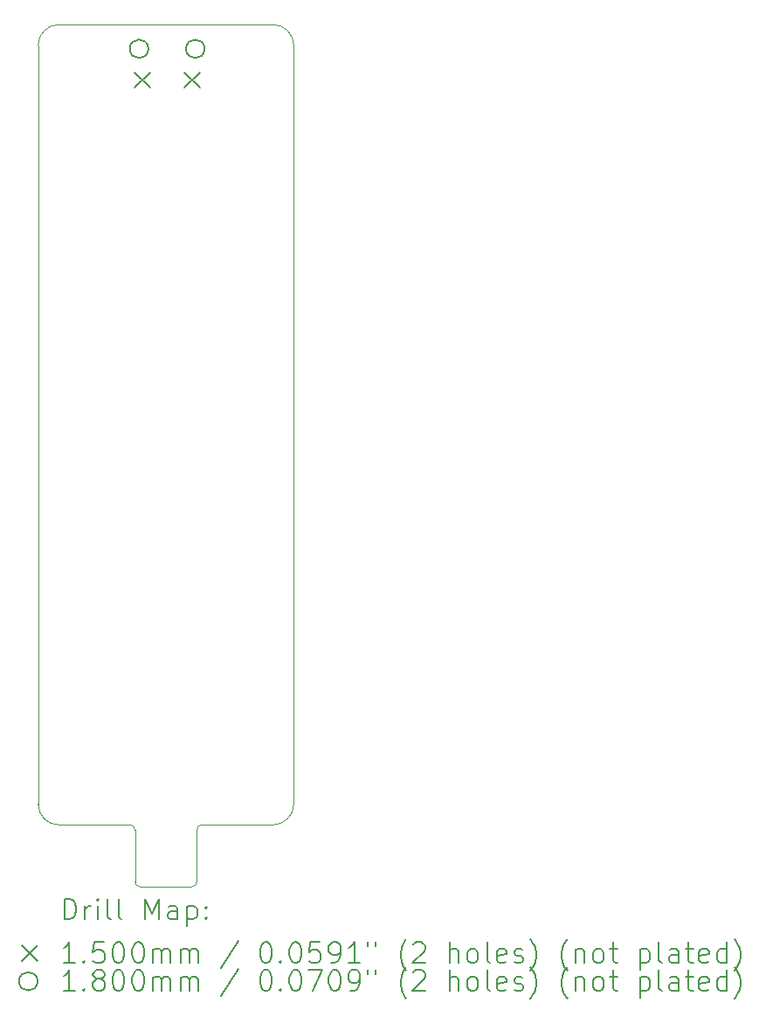
<source format=gbr>
%TF.GenerationSoftware,KiCad,Pcbnew,8.0.6-8.0.6-0~ubuntu22.04.1*%
%TF.CreationDate,2024-11-07T23:46:59-08:00*%
%TF.ProjectId,gbvideo_breakout,67627669-6465-46f5-9f62-7265616b6f75,rev?*%
%TF.SameCoordinates,Original*%
%TF.FileFunction,Drillmap*%
%TF.FilePolarity,Positive*%
%FSLAX45Y45*%
G04 Gerber Fmt 4.5, Leading zero omitted, Abs format (unit mm)*
G04 Created by KiCad (PCBNEW 8.0.6-8.0.6-0~ubuntu22.04.1) date 2024-11-07 23:46:59*
%MOMM*%
%LPD*%
G01*
G04 APERTURE LIST*
%ADD10C,0.100000*%
%ADD11C,0.200000*%
%ADD12C,0.150000*%
%ADD13C,0.180000*%
G04 APERTURE END LIST*
D10*
X15773400Y-12068200D02*
G75*
G02*
X15573400Y-12268200I-200000J0D01*
G01*
X15573400Y-4521200D02*
G75*
G02*
X15773400Y-4721200I0J-200000D01*
G01*
X13295400Y-4721200D02*
G75*
G02*
X13495400Y-4521200I200000J0D01*
G01*
X13495400Y-12268200D02*
G75*
G02*
X13295400Y-12068200I0J200000D01*
G01*
X13495400Y-4521200D02*
X15573400Y-4521200D01*
X13495400Y-12268200D02*
X14184400Y-12268200D01*
X15773400Y-12068200D02*
X15773400Y-4721200D01*
X14884400Y-12268200D02*
X15573400Y-12268200D01*
X14284400Y-12868200D02*
G75*
G02*
X14234400Y-12818200I0J50000D01*
G01*
X14284400Y-12868200D02*
X14784400Y-12868200D01*
X14184400Y-12268200D02*
G75*
G02*
X14234400Y-12318200I0J-50000D01*
G01*
X14834400Y-12818200D02*
X14834400Y-12318200D01*
X14834400Y-12818200D02*
G75*
G02*
X14784400Y-12868200I-50000J0D01*
G01*
X14234400Y-12818200D02*
X14234400Y-12318200D01*
X14834400Y-12318200D02*
G75*
G02*
X14884400Y-12268200I50000J0D01*
G01*
X13295400Y-12068200D02*
X13295400Y-4721200D01*
D11*
D12*
X14229048Y-4983180D02*
X14379048Y-5133180D01*
X14379048Y-4983180D02*
X14229048Y-5133180D01*
X14714048Y-4983180D02*
X14864048Y-5133180D01*
X14864048Y-4983180D02*
X14714048Y-5133180D01*
D13*
X14364048Y-4755180D02*
G75*
G02*
X14184048Y-4755180I-90000J0D01*
G01*
X14184048Y-4755180D02*
G75*
G02*
X14364048Y-4755180I90000J0D01*
G01*
X14909048Y-4755180D02*
G75*
G02*
X14729048Y-4755180I-90000J0D01*
G01*
X14729048Y-4755180D02*
G75*
G02*
X14909048Y-4755180I90000J0D01*
G01*
D11*
X13551177Y-13184684D02*
X13551177Y-12984684D01*
X13551177Y-12984684D02*
X13598796Y-12984684D01*
X13598796Y-12984684D02*
X13627367Y-12994208D01*
X13627367Y-12994208D02*
X13646415Y-13013255D01*
X13646415Y-13013255D02*
X13655939Y-13032303D01*
X13655939Y-13032303D02*
X13665462Y-13070398D01*
X13665462Y-13070398D02*
X13665462Y-13098969D01*
X13665462Y-13098969D02*
X13655939Y-13137065D01*
X13655939Y-13137065D02*
X13646415Y-13156112D01*
X13646415Y-13156112D02*
X13627367Y-13175160D01*
X13627367Y-13175160D02*
X13598796Y-13184684D01*
X13598796Y-13184684D02*
X13551177Y-13184684D01*
X13751177Y-13184684D02*
X13751177Y-13051350D01*
X13751177Y-13089446D02*
X13760701Y-13070398D01*
X13760701Y-13070398D02*
X13770224Y-13060874D01*
X13770224Y-13060874D02*
X13789272Y-13051350D01*
X13789272Y-13051350D02*
X13808320Y-13051350D01*
X13874986Y-13184684D02*
X13874986Y-13051350D01*
X13874986Y-12984684D02*
X13865462Y-12994208D01*
X13865462Y-12994208D02*
X13874986Y-13003731D01*
X13874986Y-13003731D02*
X13884510Y-12994208D01*
X13884510Y-12994208D02*
X13874986Y-12984684D01*
X13874986Y-12984684D02*
X13874986Y-13003731D01*
X13998796Y-13184684D02*
X13979748Y-13175160D01*
X13979748Y-13175160D02*
X13970224Y-13156112D01*
X13970224Y-13156112D02*
X13970224Y-12984684D01*
X14103558Y-13184684D02*
X14084510Y-13175160D01*
X14084510Y-13175160D02*
X14074986Y-13156112D01*
X14074986Y-13156112D02*
X14074986Y-12984684D01*
X14332129Y-13184684D02*
X14332129Y-12984684D01*
X14332129Y-12984684D02*
X14398796Y-13127541D01*
X14398796Y-13127541D02*
X14465462Y-12984684D01*
X14465462Y-12984684D02*
X14465462Y-13184684D01*
X14646415Y-13184684D02*
X14646415Y-13079922D01*
X14646415Y-13079922D02*
X14636891Y-13060874D01*
X14636891Y-13060874D02*
X14617843Y-13051350D01*
X14617843Y-13051350D02*
X14579748Y-13051350D01*
X14579748Y-13051350D02*
X14560701Y-13060874D01*
X14646415Y-13175160D02*
X14627367Y-13184684D01*
X14627367Y-13184684D02*
X14579748Y-13184684D01*
X14579748Y-13184684D02*
X14560701Y-13175160D01*
X14560701Y-13175160D02*
X14551177Y-13156112D01*
X14551177Y-13156112D02*
X14551177Y-13137065D01*
X14551177Y-13137065D02*
X14560701Y-13118017D01*
X14560701Y-13118017D02*
X14579748Y-13108493D01*
X14579748Y-13108493D02*
X14627367Y-13108493D01*
X14627367Y-13108493D02*
X14646415Y-13098969D01*
X14741653Y-13051350D02*
X14741653Y-13251350D01*
X14741653Y-13060874D02*
X14760701Y-13051350D01*
X14760701Y-13051350D02*
X14798796Y-13051350D01*
X14798796Y-13051350D02*
X14817843Y-13060874D01*
X14817843Y-13060874D02*
X14827367Y-13070398D01*
X14827367Y-13070398D02*
X14836891Y-13089446D01*
X14836891Y-13089446D02*
X14836891Y-13146588D01*
X14836891Y-13146588D02*
X14827367Y-13165636D01*
X14827367Y-13165636D02*
X14817843Y-13175160D01*
X14817843Y-13175160D02*
X14798796Y-13184684D01*
X14798796Y-13184684D02*
X14760701Y-13184684D01*
X14760701Y-13184684D02*
X14741653Y-13175160D01*
X14922605Y-13165636D02*
X14932129Y-13175160D01*
X14932129Y-13175160D02*
X14922605Y-13184684D01*
X14922605Y-13184684D02*
X14913082Y-13175160D01*
X14913082Y-13175160D02*
X14922605Y-13165636D01*
X14922605Y-13165636D02*
X14922605Y-13184684D01*
X14922605Y-13060874D02*
X14932129Y-13070398D01*
X14932129Y-13070398D02*
X14922605Y-13079922D01*
X14922605Y-13079922D02*
X14913082Y-13070398D01*
X14913082Y-13070398D02*
X14922605Y-13060874D01*
X14922605Y-13060874D02*
X14922605Y-13079922D01*
D12*
X13140400Y-13438200D02*
X13290400Y-13588200D01*
X13290400Y-13438200D02*
X13140400Y-13588200D01*
D11*
X13655939Y-13604684D02*
X13541653Y-13604684D01*
X13598796Y-13604684D02*
X13598796Y-13404684D01*
X13598796Y-13404684D02*
X13579748Y-13433255D01*
X13579748Y-13433255D02*
X13560701Y-13452303D01*
X13560701Y-13452303D02*
X13541653Y-13461827D01*
X13741653Y-13585636D02*
X13751177Y-13595160D01*
X13751177Y-13595160D02*
X13741653Y-13604684D01*
X13741653Y-13604684D02*
X13732129Y-13595160D01*
X13732129Y-13595160D02*
X13741653Y-13585636D01*
X13741653Y-13585636D02*
X13741653Y-13604684D01*
X13932129Y-13404684D02*
X13836891Y-13404684D01*
X13836891Y-13404684D02*
X13827367Y-13499922D01*
X13827367Y-13499922D02*
X13836891Y-13490398D01*
X13836891Y-13490398D02*
X13855939Y-13480874D01*
X13855939Y-13480874D02*
X13903558Y-13480874D01*
X13903558Y-13480874D02*
X13922605Y-13490398D01*
X13922605Y-13490398D02*
X13932129Y-13499922D01*
X13932129Y-13499922D02*
X13941653Y-13518969D01*
X13941653Y-13518969D02*
X13941653Y-13566588D01*
X13941653Y-13566588D02*
X13932129Y-13585636D01*
X13932129Y-13585636D02*
X13922605Y-13595160D01*
X13922605Y-13595160D02*
X13903558Y-13604684D01*
X13903558Y-13604684D02*
X13855939Y-13604684D01*
X13855939Y-13604684D02*
X13836891Y-13595160D01*
X13836891Y-13595160D02*
X13827367Y-13585636D01*
X14065462Y-13404684D02*
X14084510Y-13404684D01*
X14084510Y-13404684D02*
X14103558Y-13414208D01*
X14103558Y-13414208D02*
X14113082Y-13423731D01*
X14113082Y-13423731D02*
X14122605Y-13442779D01*
X14122605Y-13442779D02*
X14132129Y-13480874D01*
X14132129Y-13480874D02*
X14132129Y-13528493D01*
X14132129Y-13528493D02*
X14122605Y-13566588D01*
X14122605Y-13566588D02*
X14113082Y-13585636D01*
X14113082Y-13585636D02*
X14103558Y-13595160D01*
X14103558Y-13595160D02*
X14084510Y-13604684D01*
X14084510Y-13604684D02*
X14065462Y-13604684D01*
X14065462Y-13604684D02*
X14046415Y-13595160D01*
X14046415Y-13595160D02*
X14036891Y-13585636D01*
X14036891Y-13585636D02*
X14027367Y-13566588D01*
X14027367Y-13566588D02*
X14017843Y-13528493D01*
X14017843Y-13528493D02*
X14017843Y-13480874D01*
X14017843Y-13480874D02*
X14027367Y-13442779D01*
X14027367Y-13442779D02*
X14036891Y-13423731D01*
X14036891Y-13423731D02*
X14046415Y-13414208D01*
X14046415Y-13414208D02*
X14065462Y-13404684D01*
X14255939Y-13404684D02*
X14274986Y-13404684D01*
X14274986Y-13404684D02*
X14294034Y-13414208D01*
X14294034Y-13414208D02*
X14303558Y-13423731D01*
X14303558Y-13423731D02*
X14313082Y-13442779D01*
X14313082Y-13442779D02*
X14322605Y-13480874D01*
X14322605Y-13480874D02*
X14322605Y-13528493D01*
X14322605Y-13528493D02*
X14313082Y-13566588D01*
X14313082Y-13566588D02*
X14303558Y-13585636D01*
X14303558Y-13585636D02*
X14294034Y-13595160D01*
X14294034Y-13595160D02*
X14274986Y-13604684D01*
X14274986Y-13604684D02*
X14255939Y-13604684D01*
X14255939Y-13604684D02*
X14236891Y-13595160D01*
X14236891Y-13595160D02*
X14227367Y-13585636D01*
X14227367Y-13585636D02*
X14217843Y-13566588D01*
X14217843Y-13566588D02*
X14208320Y-13528493D01*
X14208320Y-13528493D02*
X14208320Y-13480874D01*
X14208320Y-13480874D02*
X14217843Y-13442779D01*
X14217843Y-13442779D02*
X14227367Y-13423731D01*
X14227367Y-13423731D02*
X14236891Y-13414208D01*
X14236891Y-13414208D02*
X14255939Y-13404684D01*
X14408320Y-13604684D02*
X14408320Y-13471350D01*
X14408320Y-13490398D02*
X14417843Y-13480874D01*
X14417843Y-13480874D02*
X14436891Y-13471350D01*
X14436891Y-13471350D02*
X14465463Y-13471350D01*
X14465463Y-13471350D02*
X14484510Y-13480874D01*
X14484510Y-13480874D02*
X14494034Y-13499922D01*
X14494034Y-13499922D02*
X14494034Y-13604684D01*
X14494034Y-13499922D02*
X14503558Y-13480874D01*
X14503558Y-13480874D02*
X14522605Y-13471350D01*
X14522605Y-13471350D02*
X14551177Y-13471350D01*
X14551177Y-13471350D02*
X14570224Y-13480874D01*
X14570224Y-13480874D02*
X14579748Y-13499922D01*
X14579748Y-13499922D02*
X14579748Y-13604684D01*
X14674986Y-13604684D02*
X14674986Y-13471350D01*
X14674986Y-13490398D02*
X14684510Y-13480874D01*
X14684510Y-13480874D02*
X14703558Y-13471350D01*
X14703558Y-13471350D02*
X14732129Y-13471350D01*
X14732129Y-13471350D02*
X14751177Y-13480874D01*
X14751177Y-13480874D02*
X14760701Y-13499922D01*
X14760701Y-13499922D02*
X14760701Y-13604684D01*
X14760701Y-13499922D02*
X14770224Y-13480874D01*
X14770224Y-13480874D02*
X14789272Y-13471350D01*
X14789272Y-13471350D02*
X14817843Y-13471350D01*
X14817843Y-13471350D02*
X14836891Y-13480874D01*
X14836891Y-13480874D02*
X14846415Y-13499922D01*
X14846415Y-13499922D02*
X14846415Y-13604684D01*
X15236891Y-13395160D02*
X15065463Y-13652303D01*
X15494034Y-13404684D02*
X15513082Y-13404684D01*
X15513082Y-13404684D02*
X15532129Y-13414208D01*
X15532129Y-13414208D02*
X15541653Y-13423731D01*
X15541653Y-13423731D02*
X15551177Y-13442779D01*
X15551177Y-13442779D02*
X15560701Y-13480874D01*
X15560701Y-13480874D02*
X15560701Y-13528493D01*
X15560701Y-13528493D02*
X15551177Y-13566588D01*
X15551177Y-13566588D02*
X15541653Y-13585636D01*
X15541653Y-13585636D02*
X15532129Y-13595160D01*
X15532129Y-13595160D02*
X15513082Y-13604684D01*
X15513082Y-13604684D02*
X15494034Y-13604684D01*
X15494034Y-13604684D02*
X15474986Y-13595160D01*
X15474986Y-13595160D02*
X15465463Y-13585636D01*
X15465463Y-13585636D02*
X15455939Y-13566588D01*
X15455939Y-13566588D02*
X15446415Y-13528493D01*
X15446415Y-13528493D02*
X15446415Y-13480874D01*
X15446415Y-13480874D02*
X15455939Y-13442779D01*
X15455939Y-13442779D02*
X15465463Y-13423731D01*
X15465463Y-13423731D02*
X15474986Y-13414208D01*
X15474986Y-13414208D02*
X15494034Y-13404684D01*
X15646415Y-13585636D02*
X15655939Y-13595160D01*
X15655939Y-13595160D02*
X15646415Y-13604684D01*
X15646415Y-13604684D02*
X15636891Y-13595160D01*
X15636891Y-13595160D02*
X15646415Y-13585636D01*
X15646415Y-13585636D02*
X15646415Y-13604684D01*
X15779748Y-13404684D02*
X15798796Y-13404684D01*
X15798796Y-13404684D02*
X15817844Y-13414208D01*
X15817844Y-13414208D02*
X15827367Y-13423731D01*
X15827367Y-13423731D02*
X15836891Y-13442779D01*
X15836891Y-13442779D02*
X15846415Y-13480874D01*
X15846415Y-13480874D02*
X15846415Y-13528493D01*
X15846415Y-13528493D02*
X15836891Y-13566588D01*
X15836891Y-13566588D02*
X15827367Y-13585636D01*
X15827367Y-13585636D02*
X15817844Y-13595160D01*
X15817844Y-13595160D02*
X15798796Y-13604684D01*
X15798796Y-13604684D02*
X15779748Y-13604684D01*
X15779748Y-13604684D02*
X15760701Y-13595160D01*
X15760701Y-13595160D02*
X15751177Y-13585636D01*
X15751177Y-13585636D02*
X15741653Y-13566588D01*
X15741653Y-13566588D02*
X15732129Y-13528493D01*
X15732129Y-13528493D02*
X15732129Y-13480874D01*
X15732129Y-13480874D02*
X15741653Y-13442779D01*
X15741653Y-13442779D02*
X15751177Y-13423731D01*
X15751177Y-13423731D02*
X15760701Y-13414208D01*
X15760701Y-13414208D02*
X15779748Y-13404684D01*
X16027367Y-13404684D02*
X15932129Y-13404684D01*
X15932129Y-13404684D02*
X15922606Y-13499922D01*
X15922606Y-13499922D02*
X15932129Y-13490398D01*
X15932129Y-13490398D02*
X15951177Y-13480874D01*
X15951177Y-13480874D02*
X15998796Y-13480874D01*
X15998796Y-13480874D02*
X16017844Y-13490398D01*
X16017844Y-13490398D02*
X16027367Y-13499922D01*
X16027367Y-13499922D02*
X16036891Y-13518969D01*
X16036891Y-13518969D02*
X16036891Y-13566588D01*
X16036891Y-13566588D02*
X16027367Y-13585636D01*
X16027367Y-13585636D02*
X16017844Y-13595160D01*
X16017844Y-13595160D02*
X15998796Y-13604684D01*
X15998796Y-13604684D02*
X15951177Y-13604684D01*
X15951177Y-13604684D02*
X15932129Y-13595160D01*
X15932129Y-13595160D02*
X15922606Y-13585636D01*
X16132129Y-13604684D02*
X16170225Y-13604684D01*
X16170225Y-13604684D02*
X16189272Y-13595160D01*
X16189272Y-13595160D02*
X16198796Y-13585636D01*
X16198796Y-13585636D02*
X16217844Y-13557065D01*
X16217844Y-13557065D02*
X16227367Y-13518969D01*
X16227367Y-13518969D02*
X16227367Y-13442779D01*
X16227367Y-13442779D02*
X16217844Y-13423731D01*
X16217844Y-13423731D02*
X16208320Y-13414208D01*
X16208320Y-13414208D02*
X16189272Y-13404684D01*
X16189272Y-13404684D02*
X16151177Y-13404684D01*
X16151177Y-13404684D02*
X16132129Y-13414208D01*
X16132129Y-13414208D02*
X16122606Y-13423731D01*
X16122606Y-13423731D02*
X16113082Y-13442779D01*
X16113082Y-13442779D02*
X16113082Y-13490398D01*
X16113082Y-13490398D02*
X16122606Y-13509446D01*
X16122606Y-13509446D02*
X16132129Y-13518969D01*
X16132129Y-13518969D02*
X16151177Y-13528493D01*
X16151177Y-13528493D02*
X16189272Y-13528493D01*
X16189272Y-13528493D02*
X16208320Y-13518969D01*
X16208320Y-13518969D02*
X16217844Y-13509446D01*
X16217844Y-13509446D02*
X16227367Y-13490398D01*
X16417844Y-13604684D02*
X16303558Y-13604684D01*
X16360701Y-13604684D02*
X16360701Y-13404684D01*
X16360701Y-13404684D02*
X16341653Y-13433255D01*
X16341653Y-13433255D02*
X16322606Y-13452303D01*
X16322606Y-13452303D02*
X16303558Y-13461827D01*
X16494034Y-13404684D02*
X16494034Y-13442779D01*
X16570225Y-13404684D02*
X16570225Y-13442779D01*
X16865463Y-13680874D02*
X16855939Y-13671350D01*
X16855939Y-13671350D02*
X16836891Y-13642779D01*
X16836891Y-13642779D02*
X16827368Y-13623731D01*
X16827368Y-13623731D02*
X16817844Y-13595160D01*
X16817844Y-13595160D02*
X16808320Y-13547541D01*
X16808320Y-13547541D02*
X16808320Y-13509446D01*
X16808320Y-13509446D02*
X16817844Y-13461827D01*
X16817844Y-13461827D02*
X16827368Y-13433255D01*
X16827368Y-13433255D02*
X16836891Y-13414208D01*
X16836891Y-13414208D02*
X16855939Y-13385636D01*
X16855939Y-13385636D02*
X16865463Y-13376112D01*
X16932130Y-13423731D02*
X16941653Y-13414208D01*
X16941653Y-13414208D02*
X16960701Y-13404684D01*
X16960701Y-13404684D02*
X17008320Y-13404684D01*
X17008320Y-13404684D02*
X17027368Y-13414208D01*
X17027368Y-13414208D02*
X17036891Y-13423731D01*
X17036891Y-13423731D02*
X17046415Y-13442779D01*
X17046415Y-13442779D02*
X17046415Y-13461827D01*
X17046415Y-13461827D02*
X17036891Y-13490398D01*
X17036891Y-13490398D02*
X16922606Y-13604684D01*
X16922606Y-13604684D02*
X17046415Y-13604684D01*
X17284511Y-13604684D02*
X17284511Y-13404684D01*
X17370225Y-13604684D02*
X17370225Y-13499922D01*
X17370225Y-13499922D02*
X17360701Y-13480874D01*
X17360701Y-13480874D02*
X17341653Y-13471350D01*
X17341653Y-13471350D02*
X17313082Y-13471350D01*
X17313082Y-13471350D02*
X17294034Y-13480874D01*
X17294034Y-13480874D02*
X17284511Y-13490398D01*
X17494034Y-13604684D02*
X17474987Y-13595160D01*
X17474987Y-13595160D02*
X17465463Y-13585636D01*
X17465463Y-13585636D02*
X17455939Y-13566588D01*
X17455939Y-13566588D02*
X17455939Y-13509446D01*
X17455939Y-13509446D02*
X17465463Y-13490398D01*
X17465463Y-13490398D02*
X17474987Y-13480874D01*
X17474987Y-13480874D02*
X17494034Y-13471350D01*
X17494034Y-13471350D02*
X17522606Y-13471350D01*
X17522606Y-13471350D02*
X17541653Y-13480874D01*
X17541653Y-13480874D02*
X17551177Y-13490398D01*
X17551177Y-13490398D02*
X17560701Y-13509446D01*
X17560701Y-13509446D02*
X17560701Y-13566588D01*
X17560701Y-13566588D02*
X17551177Y-13585636D01*
X17551177Y-13585636D02*
X17541653Y-13595160D01*
X17541653Y-13595160D02*
X17522606Y-13604684D01*
X17522606Y-13604684D02*
X17494034Y-13604684D01*
X17674987Y-13604684D02*
X17655939Y-13595160D01*
X17655939Y-13595160D02*
X17646415Y-13576112D01*
X17646415Y-13576112D02*
X17646415Y-13404684D01*
X17827368Y-13595160D02*
X17808320Y-13604684D01*
X17808320Y-13604684D02*
X17770225Y-13604684D01*
X17770225Y-13604684D02*
X17751177Y-13595160D01*
X17751177Y-13595160D02*
X17741653Y-13576112D01*
X17741653Y-13576112D02*
X17741653Y-13499922D01*
X17741653Y-13499922D02*
X17751177Y-13480874D01*
X17751177Y-13480874D02*
X17770225Y-13471350D01*
X17770225Y-13471350D02*
X17808320Y-13471350D01*
X17808320Y-13471350D02*
X17827368Y-13480874D01*
X17827368Y-13480874D02*
X17836892Y-13499922D01*
X17836892Y-13499922D02*
X17836892Y-13518969D01*
X17836892Y-13518969D02*
X17741653Y-13538017D01*
X17913082Y-13595160D02*
X17932130Y-13604684D01*
X17932130Y-13604684D02*
X17970225Y-13604684D01*
X17970225Y-13604684D02*
X17989273Y-13595160D01*
X17989273Y-13595160D02*
X17998796Y-13576112D01*
X17998796Y-13576112D02*
X17998796Y-13566588D01*
X17998796Y-13566588D02*
X17989273Y-13547541D01*
X17989273Y-13547541D02*
X17970225Y-13538017D01*
X17970225Y-13538017D02*
X17941653Y-13538017D01*
X17941653Y-13538017D02*
X17922606Y-13528493D01*
X17922606Y-13528493D02*
X17913082Y-13509446D01*
X17913082Y-13509446D02*
X17913082Y-13499922D01*
X17913082Y-13499922D02*
X17922606Y-13480874D01*
X17922606Y-13480874D02*
X17941653Y-13471350D01*
X17941653Y-13471350D02*
X17970225Y-13471350D01*
X17970225Y-13471350D02*
X17989273Y-13480874D01*
X18065463Y-13680874D02*
X18074987Y-13671350D01*
X18074987Y-13671350D02*
X18094034Y-13642779D01*
X18094034Y-13642779D02*
X18103558Y-13623731D01*
X18103558Y-13623731D02*
X18113082Y-13595160D01*
X18113082Y-13595160D02*
X18122606Y-13547541D01*
X18122606Y-13547541D02*
X18122606Y-13509446D01*
X18122606Y-13509446D02*
X18113082Y-13461827D01*
X18113082Y-13461827D02*
X18103558Y-13433255D01*
X18103558Y-13433255D02*
X18094034Y-13414208D01*
X18094034Y-13414208D02*
X18074987Y-13385636D01*
X18074987Y-13385636D02*
X18065463Y-13376112D01*
X18427368Y-13680874D02*
X18417844Y-13671350D01*
X18417844Y-13671350D02*
X18398796Y-13642779D01*
X18398796Y-13642779D02*
X18389273Y-13623731D01*
X18389273Y-13623731D02*
X18379749Y-13595160D01*
X18379749Y-13595160D02*
X18370225Y-13547541D01*
X18370225Y-13547541D02*
X18370225Y-13509446D01*
X18370225Y-13509446D02*
X18379749Y-13461827D01*
X18379749Y-13461827D02*
X18389273Y-13433255D01*
X18389273Y-13433255D02*
X18398796Y-13414208D01*
X18398796Y-13414208D02*
X18417844Y-13385636D01*
X18417844Y-13385636D02*
X18427368Y-13376112D01*
X18503558Y-13471350D02*
X18503558Y-13604684D01*
X18503558Y-13490398D02*
X18513082Y-13480874D01*
X18513082Y-13480874D02*
X18532130Y-13471350D01*
X18532130Y-13471350D02*
X18560701Y-13471350D01*
X18560701Y-13471350D02*
X18579749Y-13480874D01*
X18579749Y-13480874D02*
X18589273Y-13499922D01*
X18589273Y-13499922D02*
X18589273Y-13604684D01*
X18713082Y-13604684D02*
X18694034Y-13595160D01*
X18694034Y-13595160D02*
X18684511Y-13585636D01*
X18684511Y-13585636D02*
X18674987Y-13566588D01*
X18674987Y-13566588D02*
X18674987Y-13509446D01*
X18674987Y-13509446D02*
X18684511Y-13490398D01*
X18684511Y-13490398D02*
X18694034Y-13480874D01*
X18694034Y-13480874D02*
X18713082Y-13471350D01*
X18713082Y-13471350D02*
X18741654Y-13471350D01*
X18741654Y-13471350D02*
X18760701Y-13480874D01*
X18760701Y-13480874D02*
X18770225Y-13490398D01*
X18770225Y-13490398D02*
X18779749Y-13509446D01*
X18779749Y-13509446D02*
X18779749Y-13566588D01*
X18779749Y-13566588D02*
X18770225Y-13585636D01*
X18770225Y-13585636D02*
X18760701Y-13595160D01*
X18760701Y-13595160D02*
X18741654Y-13604684D01*
X18741654Y-13604684D02*
X18713082Y-13604684D01*
X18836892Y-13471350D02*
X18913082Y-13471350D01*
X18865463Y-13404684D02*
X18865463Y-13576112D01*
X18865463Y-13576112D02*
X18874987Y-13595160D01*
X18874987Y-13595160D02*
X18894034Y-13604684D01*
X18894034Y-13604684D02*
X18913082Y-13604684D01*
X19132130Y-13471350D02*
X19132130Y-13671350D01*
X19132130Y-13480874D02*
X19151177Y-13471350D01*
X19151177Y-13471350D02*
X19189273Y-13471350D01*
X19189273Y-13471350D02*
X19208320Y-13480874D01*
X19208320Y-13480874D02*
X19217844Y-13490398D01*
X19217844Y-13490398D02*
X19227368Y-13509446D01*
X19227368Y-13509446D02*
X19227368Y-13566588D01*
X19227368Y-13566588D02*
X19217844Y-13585636D01*
X19217844Y-13585636D02*
X19208320Y-13595160D01*
X19208320Y-13595160D02*
X19189273Y-13604684D01*
X19189273Y-13604684D02*
X19151177Y-13604684D01*
X19151177Y-13604684D02*
X19132130Y-13595160D01*
X19341654Y-13604684D02*
X19322606Y-13595160D01*
X19322606Y-13595160D02*
X19313082Y-13576112D01*
X19313082Y-13576112D02*
X19313082Y-13404684D01*
X19503558Y-13604684D02*
X19503558Y-13499922D01*
X19503558Y-13499922D02*
X19494035Y-13480874D01*
X19494035Y-13480874D02*
X19474987Y-13471350D01*
X19474987Y-13471350D02*
X19436892Y-13471350D01*
X19436892Y-13471350D02*
X19417844Y-13480874D01*
X19503558Y-13595160D02*
X19484511Y-13604684D01*
X19484511Y-13604684D02*
X19436892Y-13604684D01*
X19436892Y-13604684D02*
X19417844Y-13595160D01*
X19417844Y-13595160D02*
X19408320Y-13576112D01*
X19408320Y-13576112D02*
X19408320Y-13557065D01*
X19408320Y-13557065D02*
X19417844Y-13538017D01*
X19417844Y-13538017D02*
X19436892Y-13528493D01*
X19436892Y-13528493D02*
X19484511Y-13528493D01*
X19484511Y-13528493D02*
X19503558Y-13518969D01*
X19570225Y-13471350D02*
X19646415Y-13471350D01*
X19598796Y-13404684D02*
X19598796Y-13576112D01*
X19598796Y-13576112D02*
X19608320Y-13595160D01*
X19608320Y-13595160D02*
X19627368Y-13604684D01*
X19627368Y-13604684D02*
X19646415Y-13604684D01*
X19789273Y-13595160D02*
X19770225Y-13604684D01*
X19770225Y-13604684D02*
X19732130Y-13604684D01*
X19732130Y-13604684D02*
X19713082Y-13595160D01*
X19713082Y-13595160D02*
X19703558Y-13576112D01*
X19703558Y-13576112D02*
X19703558Y-13499922D01*
X19703558Y-13499922D02*
X19713082Y-13480874D01*
X19713082Y-13480874D02*
X19732130Y-13471350D01*
X19732130Y-13471350D02*
X19770225Y-13471350D01*
X19770225Y-13471350D02*
X19789273Y-13480874D01*
X19789273Y-13480874D02*
X19798796Y-13499922D01*
X19798796Y-13499922D02*
X19798796Y-13518969D01*
X19798796Y-13518969D02*
X19703558Y-13538017D01*
X19970225Y-13604684D02*
X19970225Y-13404684D01*
X19970225Y-13595160D02*
X19951177Y-13604684D01*
X19951177Y-13604684D02*
X19913082Y-13604684D01*
X19913082Y-13604684D02*
X19894035Y-13595160D01*
X19894035Y-13595160D02*
X19884511Y-13585636D01*
X19884511Y-13585636D02*
X19874987Y-13566588D01*
X19874987Y-13566588D02*
X19874987Y-13509446D01*
X19874987Y-13509446D02*
X19884511Y-13490398D01*
X19884511Y-13490398D02*
X19894035Y-13480874D01*
X19894035Y-13480874D02*
X19913082Y-13471350D01*
X19913082Y-13471350D02*
X19951177Y-13471350D01*
X19951177Y-13471350D02*
X19970225Y-13480874D01*
X20046416Y-13680874D02*
X20055939Y-13671350D01*
X20055939Y-13671350D02*
X20074987Y-13642779D01*
X20074987Y-13642779D02*
X20084511Y-13623731D01*
X20084511Y-13623731D02*
X20094035Y-13595160D01*
X20094035Y-13595160D02*
X20103558Y-13547541D01*
X20103558Y-13547541D02*
X20103558Y-13509446D01*
X20103558Y-13509446D02*
X20094035Y-13461827D01*
X20094035Y-13461827D02*
X20084511Y-13433255D01*
X20084511Y-13433255D02*
X20074987Y-13414208D01*
X20074987Y-13414208D02*
X20055939Y-13385636D01*
X20055939Y-13385636D02*
X20046416Y-13376112D01*
D13*
X13290400Y-13783200D02*
G75*
G02*
X13110400Y-13783200I-90000J0D01*
G01*
X13110400Y-13783200D02*
G75*
G02*
X13290400Y-13783200I90000J0D01*
G01*
D11*
X13655939Y-13874684D02*
X13541653Y-13874684D01*
X13598796Y-13874684D02*
X13598796Y-13674684D01*
X13598796Y-13674684D02*
X13579748Y-13703255D01*
X13579748Y-13703255D02*
X13560701Y-13722303D01*
X13560701Y-13722303D02*
X13541653Y-13731827D01*
X13741653Y-13855636D02*
X13751177Y-13865160D01*
X13751177Y-13865160D02*
X13741653Y-13874684D01*
X13741653Y-13874684D02*
X13732129Y-13865160D01*
X13732129Y-13865160D02*
X13741653Y-13855636D01*
X13741653Y-13855636D02*
X13741653Y-13874684D01*
X13865462Y-13760398D02*
X13846415Y-13750874D01*
X13846415Y-13750874D02*
X13836891Y-13741350D01*
X13836891Y-13741350D02*
X13827367Y-13722303D01*
X13827367Y-13722303D02*
X13827367Y-13712779D01*
X13827367Y-13712779D02*
X13836891Y-13693731D01*
X13836891Y-13693731D02*
X13846415Y-13684208D01*
X13846415Y-13684208D02*
X13865462Y-13674684D01*
X13865462Y-13674684D02*
X13903558Y-13674684D01*
X13903558Y-13674684D02*
X13922605Y-13684208D01*
X13922605Y-13684208D02*
X13932129Y-13693731D01*
X13932129Y-13693731D02*
X13941653Y-13712779D01*
X13941653Y-13712779D02*
X13941653Y-13722303D01*
X13941653Y-13722303D02*
X13932129Y-13741350D01*
X13932129Y-13741350D02*
X13922605Y-13750874D01*
X13922605Y-13750874D02*
X13903558Y-13760398D01*
X13903558Y-13760398D02*
X13865462Y-13760398D01*
X13865462Y-13760398D02*
X13846415Y-13769922D01*
X13846415Y-13769922D02*
X13836891Y-13779446D01*
X13836891Y-13779446D02*
X13827367Y-13798493D01*
X13827367Y-13798493D02*
X13827367Y-13836588D01*
X13827367Y-13836588D02*
X13836891Y-13855636D01*
X13836891Y-13855636D02*
X13846415Y-13865160D01*
X13846415Y-13865160D02*
X13865462Y-13874684D01*
X13865462Y-13874684D02*
X13903558Y-13874684D01*
X13903558Y-13874684D02*
X13922605Y-13865160D01*
X13922605Y-13865160D02*
X13932129Y-13855636D01*
X13932129Y-13855636D02*
X13941653Y-13836588D01*
X13941653Y-13836588D02*
X13941653Y-13798493D01*
X13941653Y-13798493D02*
X13932129Y-13779446D01*
X13932129Y-13779446D02*
X13922605Y-13769922D01*
X13922605Y-13769922D02*
X13903558Y-13760398D01*
X14065462Y-13674684D02*
X14084510Y-13674684D01*
X14084510Y-13674684D02*
X14103558Y-13684208D01*
X14103558Y-13684208D02*
X14113082Y-13693731D01*
X14113082Y-13693731D02*
X14122605Y-13712779D01*
X14122605Y-13712779D02*
X14132129Y-13750874D01*
X14132129Y-13750874D02*
X14132129Y-13798493D01*
X14132129Y-13798493D02*
X14122605Y-13836588D01*
X14122605Y-13836588D02*
X14113082Y-13855636D01*
X14113082Y-13855636D02*
X14103558Y-13865160D01*
X14103558Y-13865160D02*
X14084510Y-13874684D01*
X14084510Y-13874684D02*
X14065462Y-13874684D01*
X14065462Y-13874684D02*
X14046415Y-13865160D01*
X14046415Y-13865160D02*
X14036891Y-13855636D01*
X14036891Y-13855636D02*
X14027367Y-13836588D01*
X14027367Y-13836588D02*
X14017843Y-13798493D01*
X14017843Y-13798493D02*
X14017843Y-13750874D01*
X14017843Y-13750874D02*
X14027367Y-13712779D01*
X14027367Y-13712779D02*
X14036891Y-13693731D01*
X14036891Y-13693731D02*
X14046415Y-13684208D01*
X14046415Y-13684208D02*
X14065462Y-13674684D01*
X14255939Y-13674684D02*
X14274986Y-13674684D01*
X14274986Y-13674684D02*
X14294034Y-13684208D01*
X14294034Y-13684208D02*
X14303558Y-13693731D01*
X14303558Y-13693731D02*
X14313082Y-13712779D01*
X14313082Y-13712779D02*
X14322605Y-13750874D01*
X14322605Y-13750874D02*
X14322605Y-13798493D01*
X14322605Y-13798493D02*
X14313082Y-13836588D01*
X14313082Y-13836588D02*
X14303558Y-13855636D01*
X14303558Y-13855636D02*
X14294034Y-13865160D01*
X14294034Y-13865160D02*
X14274986Y-13874684D01*
X14274986Y-13874684D02*
X14255939Y-13874684D01*
X14255939Y-13874684D02*
X14236891Y-13865160D01*
X14236891Y-13865160D02*
X14227367Y-13855636D01*
X14227367Y-13855636D02*
X14217843Y-13836588D01*
X14217843Y-13836588D02*
X14208320Y-13798493D01*
X14208320Y-13798493D02*
X14208320Y-13750874D01*
X14208320Y-13750874D02*
X14217843Y-13712779D01*
X14217843Y-13712779D02*
X14227367Y-13693731D01*
X14227367Y-13693731D02*
X14236891Y-13684208D01*
X14236891Y-13684208D02*
X14255939Y-13674684D01*
X14408320Y-13874684D02*
X14408320Y-13741350D01*
X14408320Y-13760398D02*
X14417843Y-13750874D01*
X14417843Y-13750874D02*
X14436891Y-13741350D01*
X14436891Y-13741350D02*
X14465463Y-13741350D01*
X14465463Y-13741350D02*
X14484510Y-13750874D01*
X14484510Y-13750874D02*
X14494034Y-13769922D01*
X14494034Y-13769922D02*
X14494034Y-13874684D01*
X14494034Y-13769922D02*
X14503558Y-13750874D01*
X14503558Y-13750874D02*
X14522605Y-13741350D01*
X14522605Y-13741350D02*
X14551177Y-13741350D01*
X14551177Y-13741350D02*
X14570224Y-13750874D01*
X14570224Y-13750874D02*
X14579748Y-13769922D01*
X14579748Y-13769922D02*
X14579748Y-13874684D01*
X14674986Y-13874684D02*
X14674986Y-13741350D01*
X14674986Y-13760398D02*
X14684510Y-13750874D01*
X14684510Y-13750874D02*
X14703558Y-13741350D01*
X14703558Y-13741350D02*
X14732129Y-13741350D01*
X14732129Y-13741350D02*
X14751177Y-13750874D01*
X14751177Y-13750874D02*
X14760701Y-13769922D01*
X14760701Y-13769922D02*
X14760701Y-13874684D01*
X14760701Y-13769922D02*
X14770224Y-13750874D01*
X14770224Y-13750874D02*
X14789272Y-13741350D01*
X14789272Y-13741350D02*
X14817843Y-13741350D01*
X14817843Y-13741350D02*
X14836891Y-13750874D01*
X14836891Y-13750874D02*
X14846415Y-13769922D01*
X14846415Y-13769922D02*
X14846415Y-13874684D01*
X15236891Y-13665160D02*
X15065463Y-13922303D01*
X15494034Y-13674684D02*
X15513082Y-13674684D01*
X15513082Y-13674684D02*
X15532129Y-13684208D01*
X15532129Y-13684208D02*
X15541653Y-13693731D01*
X15541653Y-13693731D02*
X15551177Y-13712779D01*
X15551177Y-13712779D02*
X15560701Y-13750874D01*
X15560701Y-13750874D02*
X15560701Y-13798493D01*
X15560701Y-13798493D02*
X15551177Y-13836588D01*
X15551177Y-13836588D02*
X15541653Y-13855636D01*
X15541653Y-13855636D02*
X15532129Y-13865160D01*
X15532129Y-13865160D02*
X15513082Y-13874684D01*
X15513082Y-13874684D02*
X15494034Y-13874684D01*
X15494034Y-13874684D02*
X15474986Y-13865160D01*
X15474986Y-13865160D02*
X15465463Y-13855636D01*
X15465463Y-13855636D02*
X15455939Y-13836588D01*
X15455939Y-13836588D02*
X15446415Y-13798493D01*
X15446415Y-13798493D02*
X15446415Y-13750874D01*
X15446415Y-13750874D02*
X15455939Y-13712779D01*
X15455939Y-13712779D02*
X15465463Y-13693731D01*
X15465463Y-13693731D02*
X15474986Y-13684208D01*
X15474986Y-13684208D02*
X15494034Y-13674684D01*
X15646415Y-13855636D02*
X15655939Y-13865160D01*
X15655939Y-13865160D02*
X15646415Y-13874684D01*
X15646415Y-13874684D02*
X15636891Y-13865160D01*
X15636891Y-13865160D02*
X15646415Y-13855636D01*
X15646415Y-13855636D02*
X15646415Y-13874684D01*
X15779748Y-13674684D02*
X15798796Y-13674684D01*
X15798796Y-13674684D02*
X15817844Y-13684208D01*
X15817844Y-13684208D02*
X15827367Y-13693731D01*
X15827367Y-13693731D02*
X15836891Y-13712779D01*
X15836891Y-13712779D02*
X15846415Y-13750874D01*
X15846415Y-13750874D02*
X15846415Y-13798493D01*
X15846415Y-13798493D02*
X15836891Y-13836588D01*
X15836891Y-13836588D02*
X15827367Y-13855636D01*
X15827367Y-13855636D02*
X15817844Y-13865160D01*
X15817844Y-13865160D02*
X15798796Y-13874684D01*
X15798796Y-13874684D02*
X15779748Y-13874684D01*
X15779748Y-13874684D02*
X15760701Y-13865160D01*
X15760701Y-13865160D02*
X15751177Y-13855636D01*
X15751177Y-13855636D02*
X15741653Y-13836588D01*
X15741653Y-13836588D02*
X15732129Y-13798493D01*
X15732129Y-13798493D02*
X15732129Y-13750874D01*
X15732129Y-13750874D02*
X15741653Y-13712779D01*
X15741653Y-13712779D02*
X15751177Y-13693731D01*
X15751177Y-13693731D02*
X15760701Y-13684208D01*
X15760701Y-13684208D02*
X15779748Y-13674684D01*
X15913082Y-13674684D02*
X16046415Y-13674684D01*
X16046415Y-13674684D02*
X15960701Y-13874684D01*
X16160701Y-13674684D02*
X16179748Y-13674684D01*
X16179748Y-13674684D02*
X16198796Y-13684208D01*
X16198796Y-13684208D02*
X16208320Y-13693731D01*
X16208320Y-13693731D02*
X16217844Y-13712779D01*
X16217844Y-13712779D02*
X16227367Y-13750874D01*
X16227367Y-13750874D02*
X16227367Y-13798493D01*
X16227367Y-13798493D02*
X16217844Y-13836588D01*
X16217844Y-13836588D02*
X16208320Y-13855636D01*
X16208320Y-13855636D02*
X16198796Y-13865160D01*
X16198796Y-13865160D02*
X16179748Y-13874684D01*
X16179748Y-13874684D02*
X16160701Y-13874684D01*
X16160701Y-13874684D02*
X16141653Y-13865160D01*
X16141653Y-13865160D02*
X16132129Y-13855636D01*
X16132129Y-13855636D02*
X16122606Y-13836588D01*
X16122606Y-13836588D02*
X16113082Y-13798493D01*
X16113082Y-13798493D02*
X16113082Y-13750874D01*
X16113082Y-13750874D02*
X16122606Y-13712779D01*
X16122606Y-13712779D02*
X16132129Y-13693731D01*
X16132129Y-13693731D02*
X16141653Y-13684208D01*
X16141653Y-13684208D02*
X16160701Y-13674684D01*
X16322606Y-13874684D02*
X16360701Y-13874684D01*
X16360701Y-13874684D02*
X16379748Y-13865160D01*
X16379748Y-13865160D02*
X16389272Y-13855636D01*
X16389272Y-13855636D02*
X16408320Y-13827065D01*
X16408320Y-13827065D02*
X16417844Y-13788969D01*
X16417844Y-13788969D02*
X16417844Y-13712779D01*
X16417844Y-13712779D02*
X16408320Y-13693731D01*
X16408320Y-13693731D02*
X16398796Y-13684208D01*
X16398796Y-13684208D02*
X16379748Y-13674684D01*
X16379748Y-13674684D02*
X16341653Y-13674684D01*
X16341653Y-13674684D02*
X16322606Y-13684208D01*
X16322606Y-13684208D02*
X16313082Y-13693731D01*
X16313082Y-13693731D02*
X16303558Y-13712779D01*
X16303558Y-13712779D02*
X16303558Y-13760398D01*
X16303558Y-13760398D02*
X16313082Y-13779446D01*
X16313082Y-13779446D02*
X16322606Y-13788969D01*
X16322606Y-13788969D02*
X16341653Y-13798493D01*
X16341653Y-13798493D02*
X16379748Y-13798493D01*
X16379748Y-13798493D02*
X16398796Y-13788969D01*
X16398796Y-13788969D02*
X16408320Y-13779446D01*
X16408320Y-13779446D02*
X16417844Y-13760398D01*
X16494034Y-13674684D02*
X16494034Y-13712779D01*
X16570225Y-13674684D02*
X16570225Y-13712779D01*
X16865463Y-13950874D02*
X16855939Y-13941350D01*
X16855939Y-13941350D02*
X16836891Y-13912779D01*
X16836891Y-13912779D02*
X16827368Y-13893731D01*
X16827368Y-13893731D02*
X16817844Y-13865160D01*
X16817844Y-13865160D02*
X16808320Y-13817541D01*
X16808320Y-13817541D02*
X16808320Y-13779446D01*
X16808320Y-13779446D02*
X16817844Y-13731827D01*
X16817844Y-13731827D02*
X16827368Y-13703255D01*
X16827368Y-13703255D02*
X16836891Y-13684208D01*
X16836891Y-13684208D02*
X16855939Y-13655636D01*
X16855939Y-13655636D02*
X16865463Y-13646112D01*
X16932130Y-13693731D02*
X16941653Y-13684208D01*
X16941653Y-13684208D02*
X16960701Y-13674684D01*
X16960701Y-13674684D02*
X17008320Y-13674684D01*
X17008320Y-13674684D02*
X17027368Y-13684208D01*
X17027368Y-13684208D02*
X17036891Y-13693731D01*
X17036891Y-13693731D02*
X17046415Y-13712779D01*
X17046415Y-13712779D02*
X17046415Y-13731827D01*
X17046415Y-13731827D02*
X17036891Y-13760398D01*
X17036891Y-13760398D02*
X16922606Y-13874684D01*
X16922606Y-13874684D02*
X17046415Y-13874684D01*
X17284511Y-13874684D02*
X17284511Y-13674684D01*
X17370225Y-13874684D02*
X17370225Y-13769922D01*
X17370225Y-13769922D02*
X17360701Y-13750874D01*
X17360701Y-13750874D02*
X17341653Y-13741350D01*
X17341653Y-13741350D02*
X17313082Y-13741350D01*
X17313082Y-13741350D02*
X17294034Y-13750874D01*
X17294034Y-13750874D02*
X17284511Y-13760398D01*
X17494034Y-13874684D02*
X17474987Y-13865160D01*
X17474987Y-13865160D02*
X17465463Y-13855636D01*
X17465463Y-13855636D02*
X17455939Y-13836588D01*
X17455939Y-13836588D02*
X17455939Y-13779446D01*
X17455939Y-13779446D02*
X17465463Y-13760398D01*
X17465463Y-13760398D02*
X17474987Y-13750874D01*
X17474987Y-13750874D02*
X17494034Y-13741350D01*
X17494034Y-13741350D02*
X17522606Y-13741350D01*
X17522606Y-13741350D02*
X17541653Y-13750874D01*
X17541653Y-13750874D02*
X17551177Y-13760398D01*
X17551177Y-13760398D02*
X17560701Y-13779446D01*
X17560701Y-13779446D02*
X17560701Y-13836588D01*
X17560701Y-13836588D02*
X17551177Y-13855636D01*
X17551177Y-13855636D02*
X17541653Y-13865160D01*
X17541653Y-13865160D02*
X17522606Y-13874684D01*
X17522606Y-13874684D02*
X17494034Y-13874684D01*
X17674987Y-13874684D02*
X17655939Y-13865160D01*
X17655939Y-13865160D02*
X17646415Y-13846112D01*
X17646415Y-13846112D02*
X17646415Y-13674684D01*
X17827368Y-13865160D02*
X17808320Y-13874684D01*
X17808320Y-13874684D02*
X17770225Y-13874684D01*
X17770225Y-13874684D02*
X17751177Y-13865160D01*
X17751177Y-13865160D02*
X17741653Y-13846112D01*
X17741653Y-13846112D02*
X17741653Y-13769922D01*
X17741653Y-13769922D02*
X17751177Y-13750874D01*
X17751177Y-13750874D02*
X17770225Y-13741350D01*
X17770225Y-13741350D02*
X17808320Y-13741350D01*
X17808320Y-13741350D02*
X17827368Y-13750874D01*
X17827368Y-13750874D02*
X17836892Y-13769922D01*
X17836892Y-13769922D02*
X17836892Y-13788969D01*
X17836892Y-13788969D02*
X17741653Y-13808017D01*
X17913082Y-13865160D02*
X17932130Y-13874684D01*
X17932130Y-13874684D02*
X17970225Y-13874684D01*
X17970225Y-13874684D02*
X17989273Y-13865160D01*
X17989273Y-13865160D02*
X17998796Y-13846112D01*
X17998796Y-13846112D02*
X17998796Y-13836588D01*
X17998796Y-13836588D02*
X17989273Y-13817541D01*
X17989273Y-13817541D02*
X17970225Y-13808017D01*
X17970225Y-13808017D02*
X17941653Y-13808017D01*
X17941653Y-13808017D02*
X17922606Y-13798493D01*
X17922606Y-13798493D02*
X17913082Y-13779446D01*
X17913082Y-13779446D02*
X17913082Y-13769922D01*
X17913082Y-13769922D02*
X17922606Y-13750874D01*
X17922606Y-13750874D02*
X17941653Y-13741350D01*
X17941653Y-13741350D02*
X17970225Y-13741350D01*
X17970225Y-13741350D02*
X17989273Y-13750874D01*
X18065463Y-13950874D02*
X18074987Y-13941350D01*
X18074987Y-13941350D02*
X18094034Y-13912779D01*
X18094034Y-13912779D02*
X18103558Y-13893731D01*
X18103558Y-13893731D02*
X18113082Y-13865160D01*
X18113082Y-13865160D02*
X18122606Y-13817541D01*
X18122606Y-13817541D02*
X18122606Y-13779446D01*
X18122606Y-13779446D02*
X18113082Y-13731827D01*
X18113082Y-13731827D02*
X18103558Y-13703255D01*
X18103558Y-13703255D02*
X18094034Y-13684208D01*
X18094034Y-13684208D02*
X18074987Y-13655636D01*
X18074987Y-13655636D02*
X18065463Y-13646112D01*
X18427368Y-13950874D02*
X18417844Y-13941350D01*
X18417844Y-13941350D02*
X18398796Y-13912779D01*
X18398796Y-13912779D02*
X18389273Y-13893731D01*
X18389273Y-13893731D02*
X18379749Y-13865160D01*
X18379749Y-13865160D02*
X18370225Y-13817541D01*
X18370225Y-13817541D02*
X18370225Y-13779446D01*
X18370225Y-13779446D02*
X18379749Y-13731827D01*
X18379749Y-13731827D02*
X18389273Y-13703255D01*
X18389273Y-13703255D02*
X18398796Y-13684208D01*
X18398796Y-13684208D02*
X18417844Y-13655636D01*
X18417844Y-13655636D02*
X18427368Y-13646112D01*
X18503558Y-13741350D02*
X18503558Y-13874684D01*
X18503558Y-13760398D02*
X18513082Y-13750874D01*
X18513082Y-13750874D02*
X18532130Y-13741350D01*
X18532130Y-13741350D02*
X18560701Y-13741350D01*
X18560701Y-13741350D02*
X18579749Y-13750874D01*
X18579749Y-13750874D02*
X18589273Y-13769922D01*
X18589273Y-13769922D02*
X18589273Y-13874684D01*
X18713082Y-13874684D02*
X18694034Y-13865160D01*
X18694034Y-13865160D02*
X18684511Y-13855636D01*
X18684511Y-13855636D02*
X18674987Y-13836588D01*
X18674987Y-13836588D02*
X18674987Y-13779446D01*
X18674987Y-13779446D02*
X18684511Y-13760398D01*
X18684511Y-13760398D02*
X18694034Y-13750874D01*
X18694034Y-13750874D02*
X18713082Y-13741350D01*
X18713082Y-13741350D02*
X18741654Y-13741350D01*
X18741654Y-13741350D02*
X18760701Y-13750874D01*
X18760701Y-13750874D02*
X18770225Y-13760398D01*
X18770225Y-13760398D02*
X18779749Y-13779446D01*
X18779749Y-13779446D02*
X18779749Y-13836588D01*
X18779749Y-13836588D02*
X18770225Y-13855636D01*
X18770225Y-13855636D02*
X18760701Y-13865160D01*
X18760701Y-13865160D02*
X18741654Y-13874684D01*
X18741654Y-13874684D02*
X18713082Y-13874684D01*
X18836892Y-13741350D02*
X18913082Y-13741350D01*
X18865463Y-13674684D02*
X18865463Y-13846112D01*
X18865463Y-13846112D02*
X18874987Y-13865160D01*
X18874987Y-13865160D02*
X18894034Y-13874684D01*
X18894034Y-13874684D02*
X18913082Y-13874684D01*
X19132130Y-13741350D02*
X19132130Y-13941350D01*
X19132130Y-13750874D02*
X19151177Y-13741350D01*
X19151177Y-13741350D02*
X19189273Y-13741350D01*
X19189273Y-13741350D02*
X19208320Y-13750874D01*
X19208320Y-13750874D02*
X19217844Y-13760398D01*
X19217844Y-13760398D02*
X19227368Y-13779446D01*
X19227368Y-13779446D02*
X19227368Y-13836588D01*
X19227368Y-13836588D02*
X19217844Y-13855636D01*
X19217844Y-13855636D02*
X19208320Y-13865160D01*
X19208320Y-13865160D02*
X19189273Y-13874684D01*
X19189273Y-13874684D02*
X19151177Y-13874684D01*
X19151177Y-13874684D02*
X19132130Y-13865160D01*
X19341654Y-13874684D02*
X19322606Y-13865160D01*
X19322606Y-13865160D02*
X19313082Y-13846112D01*
X19313082Y-13846112D02*
X19313082Y-13674684D01*
X19503558Y-13874684D02*
X19503558Y-13769922D01*
X19503558Y-13769922D02*
X19494035Y-13750874D01*
X19494035Y-13750874D02*
X19474987Y-13741350D01*
X19474987Y-13741350D02*
X19436892Y-13741350D01*
X19436892Y-13741350D02*
X19417844Y-13750874D01*
X19503558Y-13865160D02*
X19484511Y-13874684D01*
X19484511Y-13874684D02*
X19436892Y-13874684D01*
X19436892Y-13874684D02*
X19417844Y-13865160D01*
X19417844Y-13865160D02*
X19408320Y-13846112D01*
X19408320Y-13846112D02*
X19408320Y-13827065D01*
X19408320Y-13827065D02*
X19417844Y-13808017D01*
X19417844Y-13808017D02*
X19436892Y-13798493D01*
X19436892Y-13798493D02*
X19484511Y-13798493D01*
X19484511Y-13798493D02*
X19503558Y-13788969D01*
X19570225Y-13741350D02*
X19646415Y-13741350D01*
X19598796Y-13674684D02*
X19598796Y-13846112D01*
X19598796Y-13846112D02*
X19608320Y-13865160D01*
X19608320Y-13865160D02*
X19627368Y-13874684D01*
X19627368Y-13874684D02*
X19646415Y-13874684D01*
X19789273Y-13865160D02*
X19770225Y-13874684D01*
X19770225Y-13874684D02*
X19732130Y-13874684D01*
X19732130Y-13874684D02*
X19713082Y-13865160D01*
X19713082Y-13865160D02*
X19703558Y-13846112D01*
X19703558Y-13846112D02*
X19703558Y-13769922D01*
X19703558Y-13769922D02*
X19713082Y-13750874D01*
X19713082Y-13750874D02*
X19732130Y-13741350D01*
X19732130Y-13741350D02*
X19770225Y-13741350D01*
X19770225Y-13741350D02*
X19789273Y-13750874D01*
X19789273Y-13750874D02*
X19798796Y-13769922D01*
X19798796Y-13769922D02*
X19798796Y-13788969D01*
X19798796Y-13788969D02*
X19703558Y-13808017D01*
X19970225Y-13874684D02*
X19970225Y-13674684D01*
X19970225Y-13865160D02*
X19951177Y-13874684D01*
X19951177Y-13874684D02*
X19913082Y-13874684D01*
X19913082Y-13874684D02*
X19894035Y-13865160D01*
X19894035Y-13865160D02*
X19884511Y-13855636D01*
X19884511Y-13855636D02*
X19874987Y-13836588D01*
X19874987Y-13836588D02*
X19874987Y-13779446D01*
X19874987Y-13779446D02*
X19884511Y-13760398D01*
X19884511Y-13760398D02*
X19894035Y-13750874D01*
X19894035Y-13750874D02*
X19913082Y-13741350D01*
X19913082Y-13741350D02*
X19951177Y-13741350D01*
X19951177Y-13741350D02*
X19970225Y-13750874D01*
X20046416Y-13950874D02*
X20055939Y-13941350D01*
X20055939Y-13941350D02*
X20074987Y-13912779D01*
X20074987Y-13912779D02*
X20084511Y-13893731D01*
X20084511Y-13893731D02*
X20094035Y-13865160D01*
X20094035Y-13865160D02*
X20103558Y-13817541D01*
X20103558Y-13817541D02*
X20103558Y-13779446D01*
X20103558Y-13779446D02*
X20094035Y-13731827D01*
X20094035Y-13731827D02*
X20084511Y-13703255D01*
X20084511Y-13703255D02*
X20074987Y-13684208D01*
X20074987Y-13684208D02*
X20055939Y-13655636D01*
X20055939Y-13655636D02*
X20046416Y-13646112D01*
M02*

</source>
